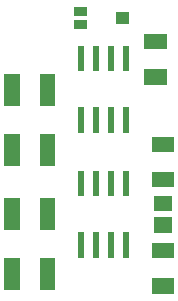
<source format=gbr>
G04 start of page 8 for group -4015 idx -4015 *
G04 Title: (unknown), toppaste *
G04 Creator: pcb 20100929 *
G04 CreationDate: Wed Oct  5 19:14:07 2011 UTC *
G04 For: user1 *
G04 Format: Gerber/RS-274X *
G04 PCB-Dimensions: 200000 300000 *
G04 PCB-Coordinate-Origin: lower left *
%MOIN*%
%FSLAX25Y25*%
%LNFRONTPASTE*%
%ADD16R,0.0512X0.0512*%
%ADD17R,0.0200X0.0200*%
%ADD18R,0.0315X0.0315*%
%ADD19R,0.0315X0.0315*%
%ADD20R,0.0394X0.0394*%
G54D16*X61095Y167255D02*Y161745D01*
X72905Y167255D02*Y161745D01*
X61095Y208755D02*Y203245D01*
X72905Y208755D02*Y203245D01*
X61095Y147255D02*Y141745D01*
X72905Y147255D02*Y141745D01*
X61095Y188755D02*Y183245D01*
X72905Y188755D02*Y183245D01*
G54D18*X83440Y232166D02*X84621D01*
G54D19*X83441Y227835D02*X84621D01*
G54D20*X97810Y230001D02*X98204D01*
G54D17*X99000Y178000D02*Y171500D01*
X94000Y178000D02*Y171500D01*
X89000Y178000D02*Y171500D01*
X84000Y178000D02*Y171500D01*
Y157500D02*Y151000D01*
X89000Y157500D02*Y151000D01*
X94000Y157500D02*Y151000D01*
X99000Y157500D02*Y151000D01*
G54D16*X110319Y152405D02*X112681D01*
X110319Y140595D02*X112681D01*
X111107Y168043D02*X111893D01*
X111107Y160957D02*X111893D01*
X110319Y187905D02*X112681D01*
X110319Y176095D02*X112681D01*
X107819Y222164D02*X110181D01*
X107819Y210354D02*X110181D01*
G54D17*X99000Y219750D02*Y213250D01*
X94000Y219750D02*Y213250D01*
X89000Y219750D02*Y213250D01*
X84000Y219750D02*Y213250D01*
Y199250D02*Y192750D01*
X89000Y199250D02*Y192750D01*
X94000Y199250D02*Y192750D01*
X99000Y199250D02*Y192750D01*
M02*

</source>
